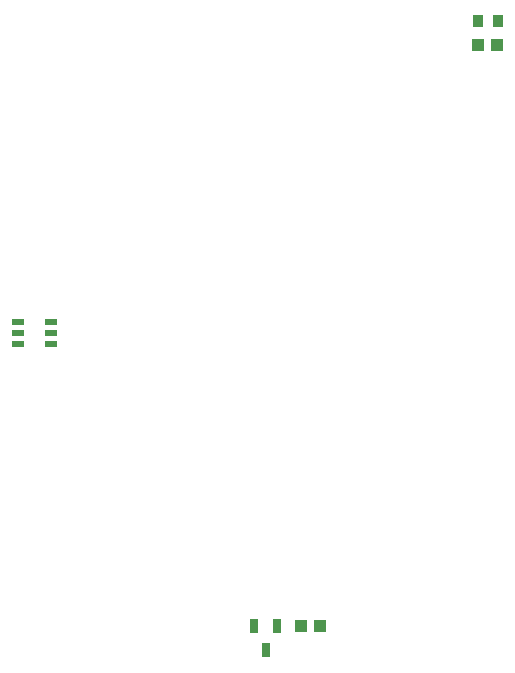
<source format=gtp>
G04 Layer: TopPasteMaskLayer*
G04 EasyEDA v6.5.15, 2022-10-06 20:38:00*
G04 44a05442b3094d8486212c110c7f242b,5a6b42c53f6a479593ecc07194224c93,10*
G04 Gerber Generator version 0.2*
G04 Scale: 100 percent, Rotated: No, Reflected: No *
G04 Dimensions in millimeters *
G04 leading zeros omitted , absolute positions ,4 integer and 5 decimal *
%FSLAX45Y45*%
%MOMM*%

%ADD10R,1.0000X0.5500*%
%ADD11R,1.0000X1.1000*%
%ADD12R,0.7000X1.2500*%
%ADD13R,0.8999X1.0000*%

%LPD*%
D10*
G01*
X253695Y2838704D03*
G01*
X253695Y2933700D03*
G01*
X253695Y3028695D03*
G01*
X533704Y3028695D03*
G01*
X533704Y2933700D03*
G01*
X533704Y2838704D03*
D11*
G01*
X2810509Y457200D03*
G01*
X2650515Y457200D03*
D12*
G01*
X2444495Y455599D03*
G01*
X2254504Y455599D03*
G01*
X2349500Y255600D03*
D13*
G01*
X4144086Y5575300D03*
G01*
X4314088Y5575300D03*
D11*
G01*
X4149090Y5372100D03*
G01*
X4309084Y5372100D03*
M02*

</source>
